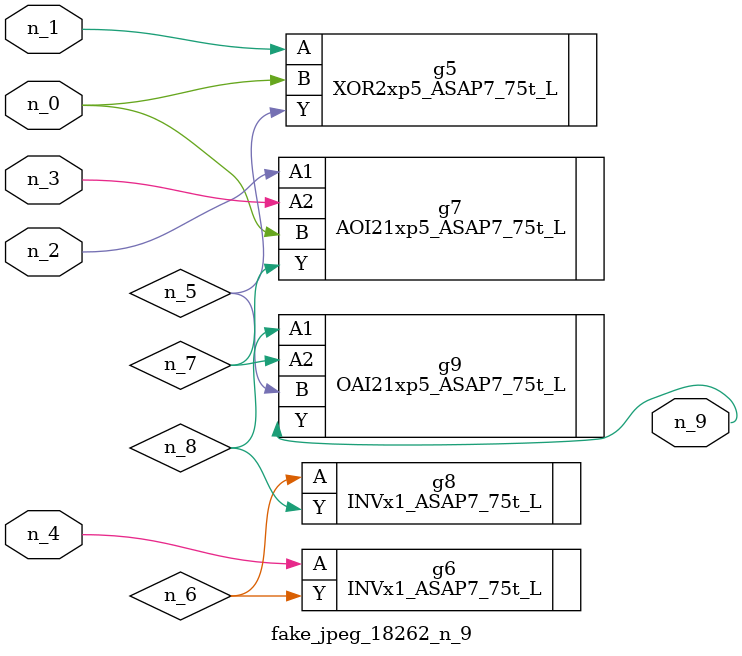
<source format=v>
module fake_jpeg_18262_n_9 (n_3, n_2, n_1, n_0, n_4, n_9);

input n_3;
input n_2;
input n_1;
input n_0;
input n_4;

output n_9;

wire n_8;
wire n_6;
wire n_5;
wire n_7;

XOR2xp5_ASAP7_75t_L g5 ( 
.A(n_1),
.B(n_0),
.Y(n_5)
);

INVx1_ASAP7_75t_L g6 ( 
.A(n_4),
.Y(n_6)
);

AOI21xp5_ASAP7_75t_L g7 ( 
.A1(n_2),
.A2(n_3),
.B(n_0),
.Y(n_7)
);

INVx1_ASAP7_75t_L g8 ( 
.A(n_6),
.Y(n_8)
);

OAI21xp5_ASAP7_75t_L g9 ( 
.A1(n_8),
.A2(n_7),
.B(n_5),
.Y(n_9)
);


endmodule
</source>
